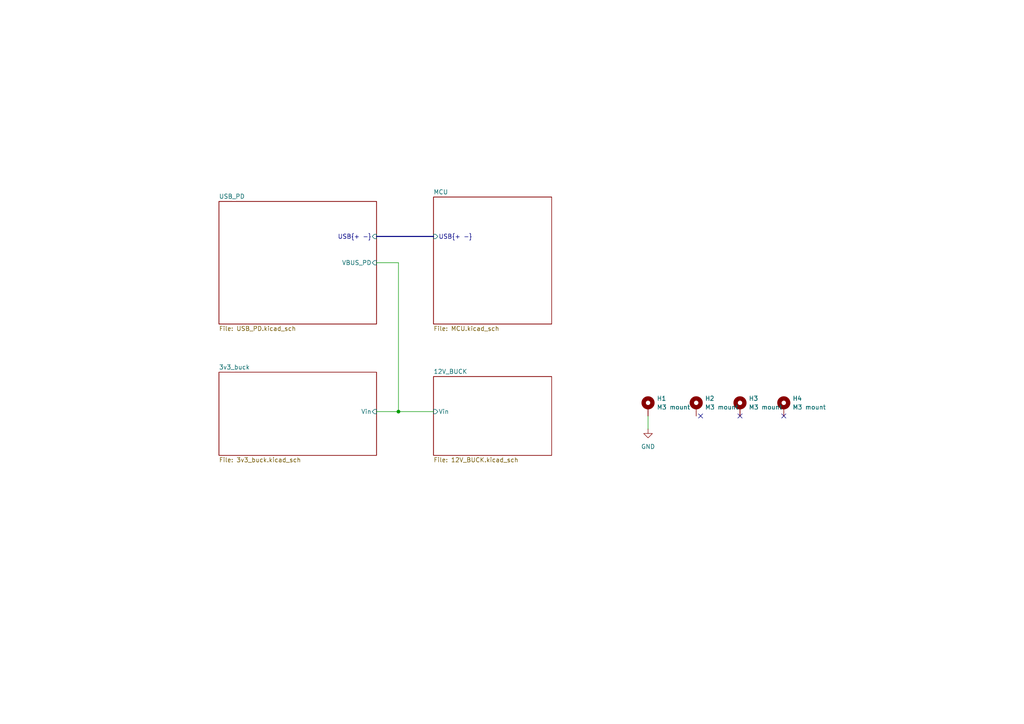
<source format=kicad_sch>
(kicad_sch (version 20231120) (generator "eeschema") (generator_version "8.0")
  (paper "A4")
  (title_block (title "Power Distribution") (date "2025-02-04") (rev "A") (company "Artem Horiunov") (comment 1 "DESIGNED IN POLAND"))
  (lib_symbols
    (symbol "Mechanical:MountingHole_Pad" (pin_numbers hide) (pin_names (offset 1.016) hide) (exclude_from_sim yes) (in_bom no)
      (property "Reference" "H" (at 0 6.35 0))
      (property "Value" "MountingHole_Pad" (at 0 4.445 0))
      (symbol "MountingHole_Pad_0_1"
        (circle (center 0 1.27) (radius 1.27) (stroke (width 1.27)))
      )
      (symbol "MountingHole_Pad_1_1"
        (pin input line (at 0 -2.54 90) (length 2.54) (name "1") (number "1"))
      )
    )
    (symbol "power:GND" (power) (pin_numbers hide) (pin_names (offset 0) hide)
      (property "Value" "GND" (at 0 -3.81 0))
      (symbol "GND_0_1"
        (polyline (pts (xy 0 0) (xy 0 -1.27) (xy 1.27 -1.27) (xy 0 -2.54) (xy -1.27 -1.27) (xy 0 -1.27)))
      )
      (symbol "GND_1_1"
        (pin power_in line (at 0 0 270) (length 0) (name "~") (number "1"))
      )
    )
  )
  (junction (at 115.57 119.38))
  (no_connect (at 203.2 120.65))
  (no_connect (at 227.33 120.65))
  (no_connect (at 214.63 120.65))
  (wire (pts (xy 187.96 120.65) (xy 187.96 124.46)))
  (wire (pts (xy 115.57 76.2) (xy 115.57 119.38)))
  (wire (pts (xy 115.57 119.38) (xy 125.73 119.38)))
  (wire (pts (xy 109.22 76.2) (xy 115.57 76.2)))
  (bus (pts (xy 109.22 68.58) (xy 125.73 68.58)))
  (wire (pts (xy 115.57 119.38) (xy 109.22 119.38)))
  (symbol (lib_id "Mechanical:MountingHole_Pad") (at 201.93 118.11 0) (unit 1) (exclude_from_sim yes) (in_bom no)
    (property "Reference" "H2" (at 204.47 115.57 0) (effects (justify left)))
    (property "Value" "M3 mount" (at 204.47 118.11 0) (effects (justify left)))
    (property "Footprint" "MountingHole:MountingHole_3.2mm_M3_DIN965_Pad" (effects (hide yes)))
    (property "Description" "Mounting Hole with connection" (effects (hide yes)))
  )
  (symbol (lib_id "power:GND") (at 187.96 124.46 0) (unit 1)
    (property "Reference" "#PWR0101" (effects (hide yes)))
    (property "Value" "GND" (at 187.96 129.54 0))
    (property "Description" "Power symbol creates a global label with name \"GND\" , ground" (effects (hide yes)))
  )
  (symbol (lib_id "Mechanical:MountingHole_Pad") (at 187.96 118.11 0) (unit 1) (exclude_from_sim yes) (in_bom no)
    (property "Reference" "H1" (at 190.5 115.57 0) (effects (justify left)))
    (property "Value" "M3 mount" (at 190.5 118.11 0) (effects (justify left)))
    (property "Footprint" "MountingHole:MountingHole_3.2mm_M3_DIN965_Pad" (effects (hide yes)))
    (property "Description" "Mounting Hole with connection" (effects (hide yes)))
  )
  (symbol (lib_id "Mechanical:MountingHole_Pad") (at 214.63 118.11 0) (unit 1) (exclude_from_sim yes) (in_bom no)
    (property "Reference" "H3" (at 217.17 115.57 0) (effects (justify left)))
    (property "Value" "M3 mount" (at 217.17 118.11 0) (effects (justify left)))
    (property "Footprint" "MountingHole:MountingHole_3.2mm_M3_DIN965_Pad" (effects (hide yes)))
    (property "Description" "Mounting Hole with connection" (effects (hide yes)))
  )
  (symbol (lib_id "Mechanical:MountingHole_Pad") (at 227.33 118.11 0) (unit 1) (exclude_from_sim yes) (in_bom no)
    (property "Reference" "H4" (at 229.87 115.57 0) (effects (justify left)))
    (property "Value" "M3 mount" (at 229.87 118.11 0) (effects (justify left)))
    (property "Footprint" "MountingHole:MountingHole_3.2mm_M3_DIN965_Pad" (effects (hide yes)))
    (property "Description" "Mounting Hole with connection" (effects (hide yes)))
  )
  (sheet (at 125.73 57.15) (size 34.29 36.83) (stroke (width 0.1524))
    (property "Sheetname" "MCU" (at 125.73 56.4384 0) (effects (justify left bottom)))
    (property "Sheetfile" "MCU.kicad_sch" (at 125.73 94.5646 0) (effects (justify left top)))
    (pin "USB{+ -}" input (at 125.73 68.58 180))
  )
  (sheet (at 63.5 107.95) (size 45.72 24.13) (stroke (width 0.1524))
    (property "Sheetname" "3v3_buck" (at 63.5 107.2384 0) (effects (justify left bottom)))
    (property "Sheetfile" "3v3_buck.kicad_sch" (at 63.5 132.6646 0) (effects (justify left top)))
    (pin "Vin" input (at 109.22 119.38 0))
  )
  (sheet (at 125.73 109.22) (size 34.29 22.86) (stroke (width 0.1524))
    (property "Sheetname" "12V_BUCK" (at 125.73 108.5084 0) (effects (justify left bottom)))
    (property "Sheetfile" "12V_BUCK.kicad_sch" (at 125.73 132.6646 0) (effects (justify left top)))
    (pin "Vin" input (at 125.73 119.38 180))
  )
  (sheet (at 63.5 58.42) (size 45.72 35.56) (stroke (width 0.1524))
    (property "Sheetname" "USB_PD" (at 63.5 57.7084 0) (effects (justify left bottom)))
    (property "Sheetfile" "USB_PD.kicad_sch" (at 63.5 94.5646 0) (effects (justify left top)))
    (pin "VBUS_PD" input (at 109.22 76.2 0))
    (pin "USB{+ -}" input (at 109.22 68.58 0))
  )
)
</source>
